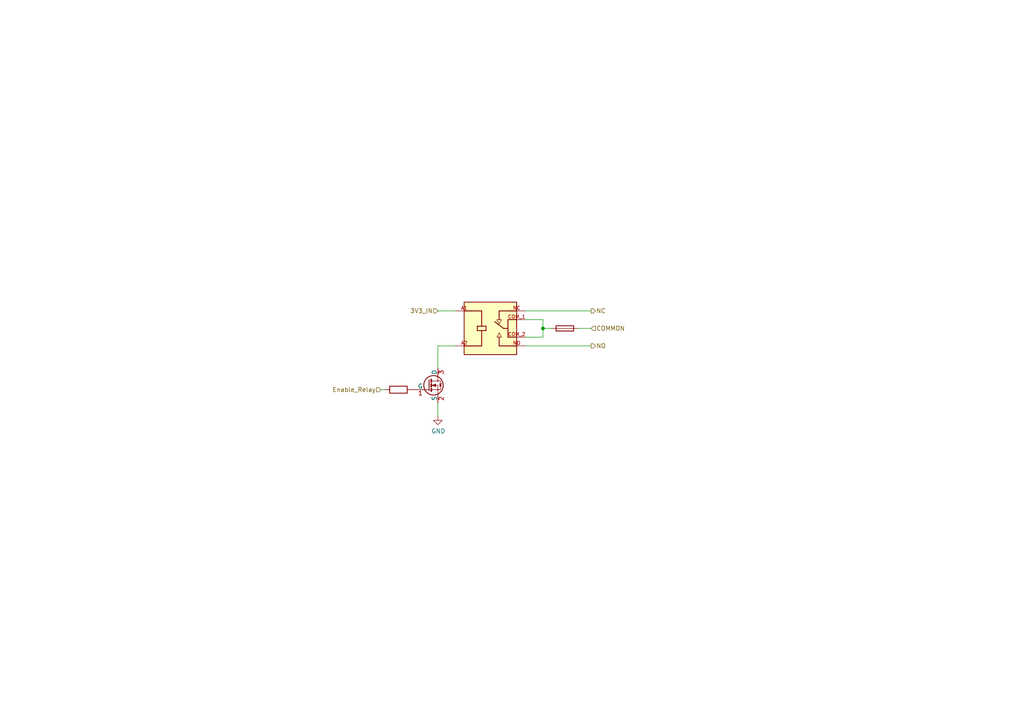
<source format=kicad_sch>
(kicad_sch (version 20250114) (generator "eeschema") (generator_version "9.0")
  (paper "A4")
  (lib_symbols
    (symbol "C-Sense_CAN_IO_MBUS_EXP_PCB-rescue:GND-C-Sense_diverse" (power) (pin_names (offset 0))
      (property "Value" "C-Sense_diverse_GND" (at 0 -3.81 0))
      (symbol "GND-C-Sense_diverse_0_1"
        (polyline (pts (xy 0 0) (xy 0 -1.27) (xy 1.27 -1.27) (xy 0 -2.54) (xy -1.27 -1.27) (xy 0 -1.27)))
      )
      (symbol "GND-C-Sense_diverse_1_1"
        (pin power_in line (at 0 0 270) (length 0) (hide yes) (name "GND") (number "1"))
      )
    )
    (symbol "C-Sense_CAN_IO_MBUS_EXP_PCB-rescue:SR5-3V-200-1C-SR5-3V-200-1C" (pin_names (offset 1.016) (hide yes))
      (property "Reference" "K" (at -7.62 8.382 0))
      (property "Value" "SR5-3V-200-1C_SR5-3V-200-1C" (at -7.62 -10.16 0))
      (symbol "SR5-3V-200-1C-SR5-3V-200-1C_0_0"
        (polyline (pts (xy -7.62 5.08) (xy -2.54 5.08)) (stroke (width 0.254)))
        (polyline (pts (xy -7.62 -5.08) (xy -2.54 -5.08)) (stroke (width 0.254)))
        (rectangle (start -7.62 -7.62) (end 7.62 7.62) (stroke (width 0.254)) (fill (type background)))
        (polyline (pts (xy -3.81 0.635) (xy -2.54 0.635)) (stroke (width 0.254)))
        (polyline (pts (xy -3.81 -0.635) (xy -3.81 0.635)) (stroke (width 0.254)))
        (polyline (pts (xy -2.54 5.08) (xy -2.54 0.635)) (stroke (width 0.254)))
        (polyline (pts (xy -2.54 0.635) (xy -1.27 0.635)) (stroke (width 0.254)))
        (polyline (pts (xy -2.54 -0.635) (xy -3.81 -0.635)) (stroke (width 0.254)))
        (polyline (pts (xy -2.54 -0.635) (xy -2.54 -5.08)) (stroke (width 0.254)))
        (polyline (pts (xy -1.27 0.635) (xy -1.27 -0.635)) (stroke (width 0.254)))
        (polyline (pts (xy -1.27 -0.635) (xy -2.54 -0.635)) (stroke (width 0.254)))
        (polyline (pts (xy 1.905 -2.54) (xy 3.175 -2.54) (xy 2.54 -1.27) (xy 1.905 -2.54)) (stroke (width 0.1524)) (fill (type background)))
        (polyline (pts (xy 2.54 5.08) (xy 2.54 2.54)) (stroke (width 0.254)))
        (polyline (pts (xy 2.54 -5.08) (xy 2.54 -2.54)) (stroke (width 0.254)))
        (polyline (pts (xy 3.175 2.54) (xy 1.905 2.54) (xy 2.54 1.27) (xy 3.175 2.54)) (stroke (width 0.1524)) (fill (type background)))
        (polyline (pts (xy 3.81 0) (xy 1.27 1.905)) (stroke (width 0.254)))
        (polyline (pts (xy 5.08 2.54) (xy 5.08 0)) (stroke (width 0.254)))
        (polyline (pts (xy 5.08 0) (xy 3.81 0)) (stroke (width 0.254)))
        (polyline (pts (xy 5.08 0) (xy 5.08 -2.54)) (stroke (width 0.254)))
        (polyline (pts (xy 5.08 -2.54) (xy 7.62 -2.54)) (stroke (width 0.254)))
        (polyline (pts (xy 7.62 5.08) (xy 2.54 5.08)) (stroke (width 0.254)))
        (polyline (pts (xy 7.62 2.54) (xy 5.08 2.54)) (stroke (width 0.254)))
        (polyline (pts (xy 7.62 -5.08) (xy 2.54 -5.08)) (stroke (width 0.254)))
        (pin passive line (at -10.16 5.08 0) (length 5.08) (name "~") (number "A1"))
        (pin passive line (at -10.16 -5.08 0) (length 5.08) (name "~") (number "A2"))
        (pin passive line (at 10.16 5.08 180) (length 5.08) (name "~") (number "NC"))
        (pin passive line (at 10.16 2.54 180) (length 5.08) (name "~") (number "COM_1"))
        (pin passive line (at 10.16 -2.54 180) (length 5.08) (name "~") (number "COM_2"))
        (pin passive line (at 10.16 -5.08 180) (length 5.08) (name "~") (number "NO"))
      )
    )
    (symbol "Device:Fuse" (pin_numbers (hide yes)) (pin_names (offset 0))
      (property "Reference" "F" (at 2.032 0 90))
      (property "Value" "Fuse" (at -1.905 0 90))
      (symbol "Fuse_0_1"
        (rectangle (start -0.762 -2.54) (end 0.762 2.54) (stroke (width 0.254)))
        (polyline (pts (xy 0 2.54) (xy 0 -2.54)))
      )
      (symbol "Fuse_1_1"
        (pin passive line (at 0 3.81 270) (length 1.27) (name "~") (number "1"))
        (pin passive line (at 0 -3.81 90) (length 1.27) (name "~") (number "2"))
      )
    )
    (symbol "Device:R" (pin_numbers (hide yes)) (pin_names (offset 0))
      (property "Reference" "R" (at 2.032 0 90))
      (property "Value" "R" (at 0 0 90))
      (symbol "R_0_1"
        (rectangle (start -1.016 -2.54) (end 1.016 2.54) (stroke (width 0.254)))
      )
      (symbol "R_1_1"
        (pin passive line (at 0 3.81 270) (length 1.27) (name "~") (number "1"))
        (pin passive line (at 0 -3.81 90) (length 1.27) (name "~") (number "2"))
      )
    )
    (symbol "I-Connect_diverse:BSN20" (pin_names (offset 0))
      (property "Reference" "Q" (at 5.08 1.905 0))
      (property "Value" "BSN20" (at 5.08 0 0))
      (symbol "BSN20_0_1"
        (polyline (pts (xy 0 1.524) (xy 0 -1.524) (xy 0 -1.524)) (stroke (width 0.254)))
        (polyline (pts (xy 0.635 1.651) (xy 0.635 1.016)) (stroke (width 0.508)))
        (polyline (pts (xy 0.635 0.381) (xy 0.635 -0.381)) (stroke (width 0.508)))
        (polyline (pts (xy 0.635 -1.016) (xy 0.635 -1.651)) (stroke (width 0.508)))
        (polyline (pts (xy 0.762 1.27) (xy 2.54 1.27) (xy 2.54 2.54) (xy 2.54 2.54)))
        (polyline (pts (xy 0.762 0) (xy 1.27 0) (xy 2.54 0) (xy 2.54 -1.27) (xy 2.54 -1.27)))
        (polyline (pts (xy 0.762 -1.27) (xy 2.54 -1.27) (xy 2.54 -2.54) (xy 2.54 -2.54)))
        (polyline (pts (xy 0.889 0) (xy 1.905 0.381) (xy 1.905 -0.381) (xy 0.889 0) (xy 1.016 0) (xy 1.016 0)) (fill (type outline)))
        (circle (center 1.27 0) (radius 2.8194) (stroke (width 0.254)))
        (polyline (pts (xy 2.54 1.27) (xy 3.302 1.27) (xy 3.302 -1.27) (xy 2.54 -1.27)))
        (circle (center 2.54 1.27) (radius 0.127))
        (circle (center 2.54 -1.27) (radius 0.127))
        (polyline (pts (xy 3.048 0.381) (xy 2.921 0.254)))
        (polyline (pts (xy 3.048 0.381) (xy 3.556 0.381)))
        (polyline (pts (xy 3.302 0.381) (xy 3.048 -0.254) (xy 3.556 -0.254) (xy 3.302 0.381)) (fill (type outline)))
        (polyline (pts (xy 3.556 0.381) (xy 3.683 0.508)))
      )
      (symbol "BSN20_1_1"
        (pin passive line (at -5.08 -1.27 0) (length 5.08) (name "G") (number "1"))
        (pin passive line (at 2.54 5.08 270) (length 2.54) (name "D") (number "3"))
        (pin passive line (at 2.54 -5.08 90) (length 2.54) (name "S") (number "2"))
      )
    )
  )
  (junction (at 157.48 95.25))
  (wire (pts (xy 127 100.33) (xy 127 106.68)))
  (wire (pts (xy 171.45 90.17) (xy 152.4 90.17)))
  (wire (pts (xy 157.48 97.79) (xy 152.4 97.79)))
  (wire (pts (xy 152.4 100.33) (xy 171.45 100.33)))
  (wire (pts (xy 157.48 95.25) (xy 160.02 95.25)))
  (wire (pts (xy 157.48 95.25) (xy 157.48 97.79)))
  (wire (pts (xy 171.45 95.25) (xy 167.64 95.25)))
  (wire (pts (xy 132.08 100.33) (xy 127 100.33)))
  (wire (pts (xy 127 116.84) (xy 127 120.65)))
  (wire (pts (xy 110.49 113.03) (xy 111.76 113.03)))
  (wire (pts (xy 157.48 92.71) (xy 157.48 95.25)))
  (wire (pts (xy 152.4 92.71) (xy 157.48 92.71)))
  (wire (pts (xy 127 90.17) (xy 132.08 90.17)))
  (hierarchical_label "3V3_IN" (shape input) (at 127 90.17 180))
  (hierarchical_label "NO" (shape output) (at 171.45 100.33 0))
  (hierarchical_label "COMMON" (shape input) (at 171.45 95.25 0))
  (hierarchical_label "Enable_Relay" (shape input) (at 110.49 113.03 180))
  (hierarchical_label "NC" (shape output) (at 171.45 90.17 0))
  (symbol (lib_id "C-Sense_CAN_IO_MBUS_EXP_PCB-rescue:SR5-3V-200-1C-SR5-3V-200-1C") (at 142.24 95.25 0) (unit 1)
    (property "Reference" "K2301" (effects (hide yes)))
    (property "Value" "SR5-3V-200-1C" (effects (hide yes)))
    (property "Footprint" "I_Connect:RELAY_SR5-3V-200-1C" (effects (hide yes)))
    (property "Description" "15.6 x 10.6 x 11.8 mm, 3 V, 1 A, SPDT (1 Form C), Signal Relay" (effects (hide yes)))
    (property "MF" "CUI Devices" (effects (hide yes)))
    (property "MAXIMUM_PACKAGE_HEIGHT" "12.1mm" (effects (hide yes)))
    (property "Package" "None" (effects (hide yes)))
    (property "Price" "None" (effects (hide yes)))
    (property "Check_prices" "https://www.snapeda.com/parts/SR5-3V-200-1C/CUI+Devices/view-part/?ref=eda" (effects (hide yes)))
    (property "STANDARD" "Manufacturer Recommendations" (effects (hide yes)))
    (property "PARTREV" "1.01" (effects (hide yes)))
    (property "SnapEDA_Link" "https://www.snapeda.com/parts/SR5-3V-200-1C/CUI+Devices/view-part/?ref=snap" (effects (hide yes)))
    (property "MP" "SR5-3V-200-1C" (effects (hide yes)))
    (property "Purchase-URL" "https://www.snapeda.com/api/url_track_click_mouser/?unipart_id=12111215&manufacturer=CUI Devices&part_name=SR5-3V-200-1C&search_term=\\t sr5-3v-200-1c" (effects (hide yes)))
    (property "CUI_purchase_URL" "https://www.cuidevices.com/product/relays/signal-relays/sr5-3v-200-1c?utm_source=snapeda.com&utm_medium=referral&utm_campaign=snapedaBOM" (effects (hide yes)))
    (property "Availability" "In Stock" (effects (hide yes)))
    (property "MANUFACTURER" "CUI Devices" (effects (hide yes)))
    (property "Digi-Key_PN" "2223-SR5-3V-200-1C-ND" (effects (hide yes)))
    (property "Mount type" "Through-hole" (effects (hide yes)))
    (property "pcb" "exp_v1" (effects (hide yes)))
    (instances (project "" (path "" (reference "K2301") (unit 1)) (path "" (reference "K2401") (unit 1))))
  )
  (symbol (lib_id "C-Sense_CAN_IO_MBUS_EXP_PCB-rescue:GND-C-Sense_diverse") (at 127 120.65 0) (unit 1)
    (property "Reference" "#PWR02301" (effects (hide yes)))
    (property "Value" "GND" (at 127.127 125.0442 0))
    (instances (project "" (path "" (reference "#PWR02301") (unit 1)) (path "" (reference "#PWR02401") (unit 1))))
  )
  (symbol (lib_id "Device:Fuse") (at 163.83 95.25 270) (unit 1)
    (property "Reference" "F2301" (effects (hide yes)))
    (property "Value" "Fuse 1A" (effects (hide yes)))
    (property "Footprint" "Resistor_SMD:R_1206_3216Metric_Pad1.30x1.75mm_HandSolder" (effects (hide yes)))
    (property "Digi-Key_PN" "507-1891-1-ND" (effects (hide yes)))
    (property "MF" "Bel Fuse Inc." (effects (hide yes)))
    (property "MP" "0685T1000-01" (effects (hide yes)))
    (property "pcb" "exp_v1" (effects (hide yes)))
    (instances (project "" (path "" (reference "F2301") (unit 1)) (path "" (reference "F2401") (unit 1))))
  )
  (symbol (lib_id "I-Connect_diverse:BSN20") (at 124.46 111.76 0) (unit 1)
    (property "Reference" "Q2301" (effects (hide yes)))
    (property "Value" "30V N-FET" (effects (hide yes)))
    (property "Footprint" "I_Connect:SOT-23" (effects (hide yes)))
    (property "Digi-Key_PN" "DMN63D8L-7DICT-ND" (effects (hide yes)))
    (property "MF" "Diodes Incorporated" (effects (hide yes)))
    (property "MP" "DMN63D8L-7" (effects (hide yes)))
    (property "pcb" "exp_v1" (effects (hide yes)))
    (instances (project "" (path "" (reference "Q?") (unit 1)) (path "" (reference "Q2301") (unit 1)) (path "" (reference "Q2401") (unit 1))))
  )
  (symbol (lib_id "Device:R") (at 115.57 113.03 270) (unit 1)
    (property "Reference" "R2301" (effects (hide yes)))
    (property "Value" "220" (effects (hide yes)))
    (property "Footprint" "Resistor_SMD:R_0603_1608Metric" (effects (hide yes)))
    (property "Digi-Key_PN" "RMCF0603JT220RCT-ND" (effects (hide yes)))
    (property "Component comment" "Can be replaced with other manufacturer component with same specs" (effects (hide yes)))
    (property "MF" "Stackpole Electronics Inc" (effects (hide yes)))
    (property "MP" "RMCF0603JT220R" (effects (hide yes)))
    (property "pcb" "exp_v1" (effects (hide yes)))
    (instances (project "" (path "" (reference "R?") (unit 1)) (path "" (reference "R?") (unit 1)) (path "" (reference "R2301") (unit 1)) (path "" (reference "R2403") (unit 1))))
  )
)
</source>
